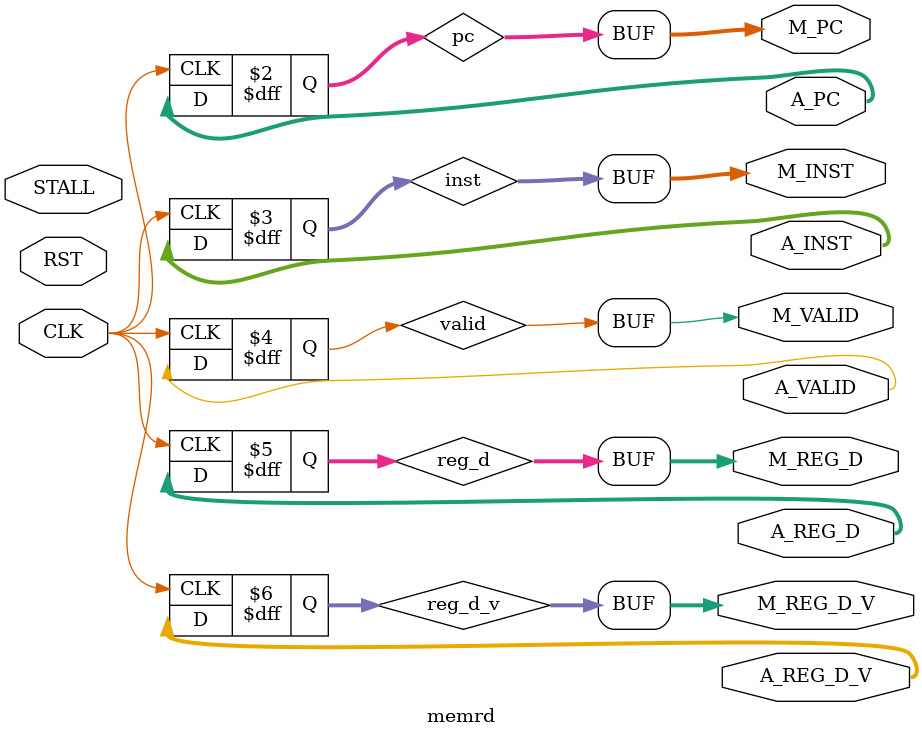
<source format=v>

module memrd
    (
        /* ----- NbN&ZbgM ----- */
        input wire          CLK,
        input wire          RST,

        /* ----- ãÊÆÌÚ±p ----- */
        // §ä
        input wire          STALL,

        // üÍ
        output wire [31:0]  A_PC,
        output wire [31:0]  A_INST,
        output wire         A_VALID,
        output wire [4:0]   A_REG_D,
        output wire [31:0]  A_REG_D_V,
        // output wire [31:0]  A_LOAD_ADDR,
        // output wire [31:0]  A_LOAD_STRB,
        // output wire [31:0]  A_STORE_ADDR,
        // output wire [31:0]  A_STORE_STRB,
        // output wire [31:0]  A_STORE_DATA

        // oÍ
        output wire [31:0]  M_PC,
        output wire [31:0]  M_INST,
        output wire         M_VALID,
        output wire [4:0]   M_REG_D,
        output wire [31:0]  M_REG_D_V
        // output wire [31:0]  M_LOAD_STRB,
        // output wire [31:0]  M_LOAD_DATA,
        // output wire [31:0]  M_STORE_ADDR,
        // output wire [31:0]  M_STORE_STRB,
        // output wire [31:0]  M_STORE_DATA
    );

    /* ----- üÍ(b`æèÝ) ----- */
    reg [31:0]  pc, inst;
    reg         valid;
    reg [4:0]   reg_d;
    reg [31:0]  reg_d_v;

    always @ (posedge CLK) begin
        pc <= A_PC;
        inst <= A_INST;
        valid <= A_VALID;
        reg_d <= A_REG_D;
        reg_d_v <= A_REG_D_V;
    end

    /* ----- oÍ ----- */
    assign M_PC         = pc;
    assign M_INST       = inst;
    assign M_VALID      = valid;
    assign M_REG_D      = reg_d;
    assign M_REG_D_V    = reg_d_v;

endmodule

</source>
